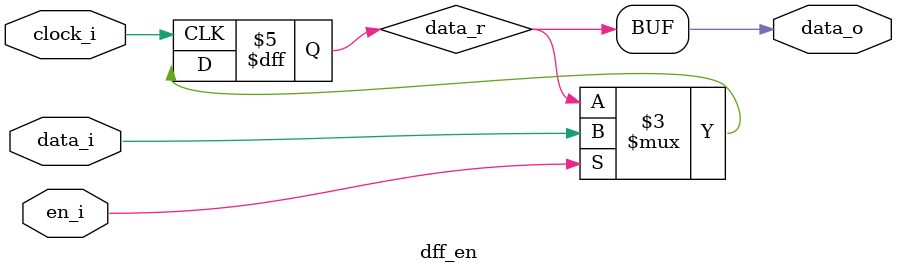
<source format=v>
module dff_en #(parameter width_p = 1, harden_p = 1, strength_p = 1)
  (input clock_i,
   input [width_p-1:0] data_i,
   input en_i,
   output reg [width_p-1:0] data_o);

  reg [width_p-1:0] data_r;

  always @(posedge clock_i) begin
    if (en_i) begin
      data_r <= data_i;
    end
  end

  always @* begin
    data_o <= data_r;
  end

endmodule
</source>
